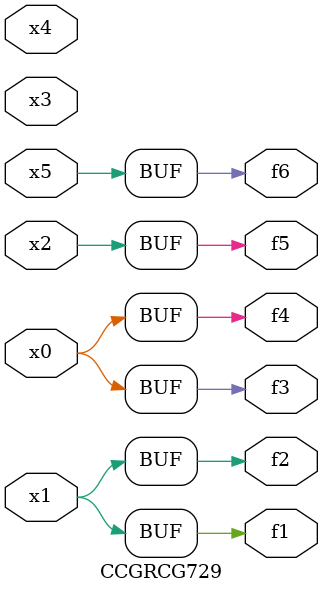
<source format=v>
module CCGRCG729(
	input x0, x1, x2, x3, x4, x5,
	output f1, f2, f3, f4, f5, f6
);
	assign f1 = x1;
	assign f2 = x1;
	assign f3 = x0;
	assign f4 = x0;
	assign f5 = x2;
	assign f6 = x5;
endmodule

</source>
